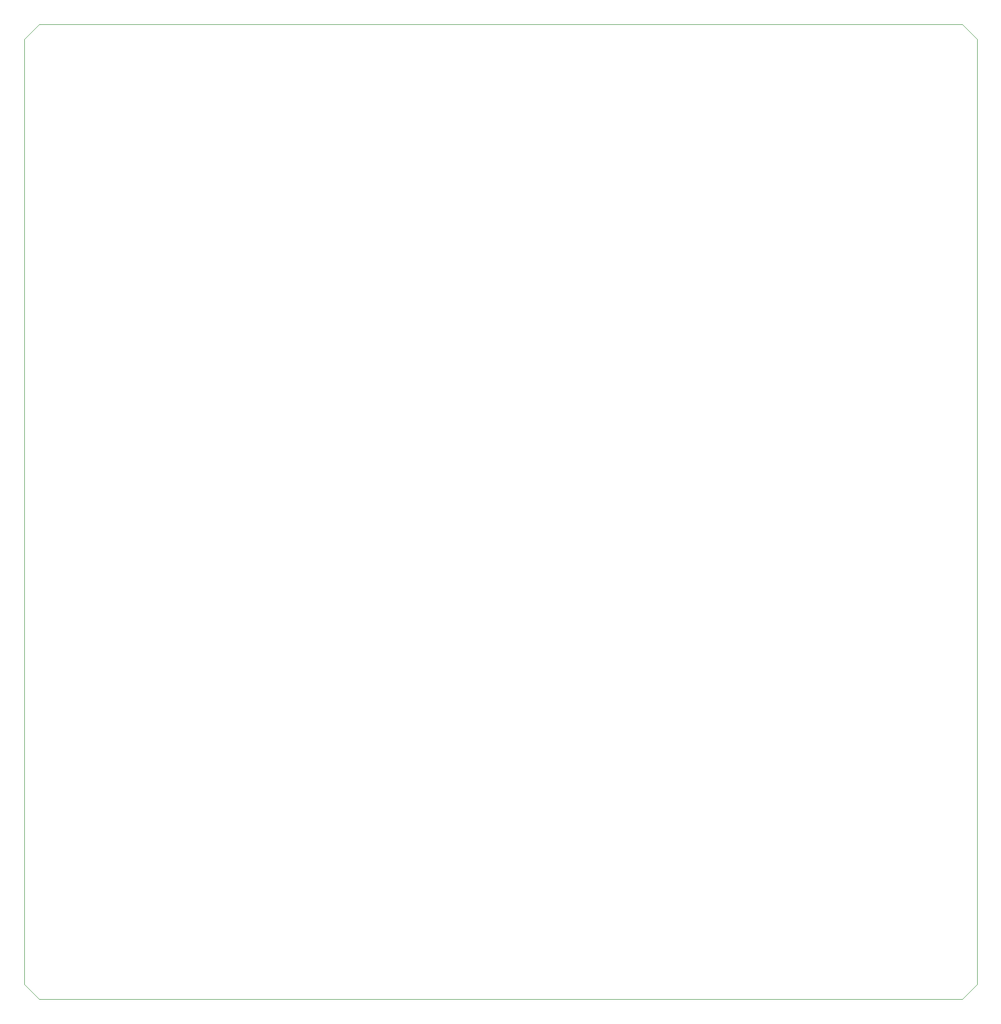
<source format=gbr>
%TF.GenerationSoftware,KiCad,Pcbnew,(6.0.9)*%
%TF.CreationDate,2023-03-12T22:48:57-07:00*%
%TF.ProjectId,keyboard,6b657962-6f61-4726-942e-6b696361645f,rev?*%
%TF.SameCoordinates,Original*%
%TF.FileFunction,Profile,NP*%
%FSLAX46Y46*%
G04 Gerber Fmt 4.6, Leading zero omitted, Abs format (unit mm)*
G04 Created by KiCad (PCBNEW (6.0.9)) date 2023-03-12 22:48:57*
%MOMM*%
%LPD*%
G01*
G04 APERTURE LIST*
%TA.AperFunction,Profile*%
%ADD10C,0.100000*%
%TD*%
G04 APERTURE END LIST*
D10*
X177800000Y-19139597D02*
X177800000Y-180340000D01*
X175260000Y-182880000D01*
X17780000Y-182880000D01*
X15240000Y-180340000D01*
X15240000Y-19139597D01*
X17780000Y-16599597D01*
X175260000Y-16599597D01*
X177800000Y-19139597D01*
M02*

</source>
